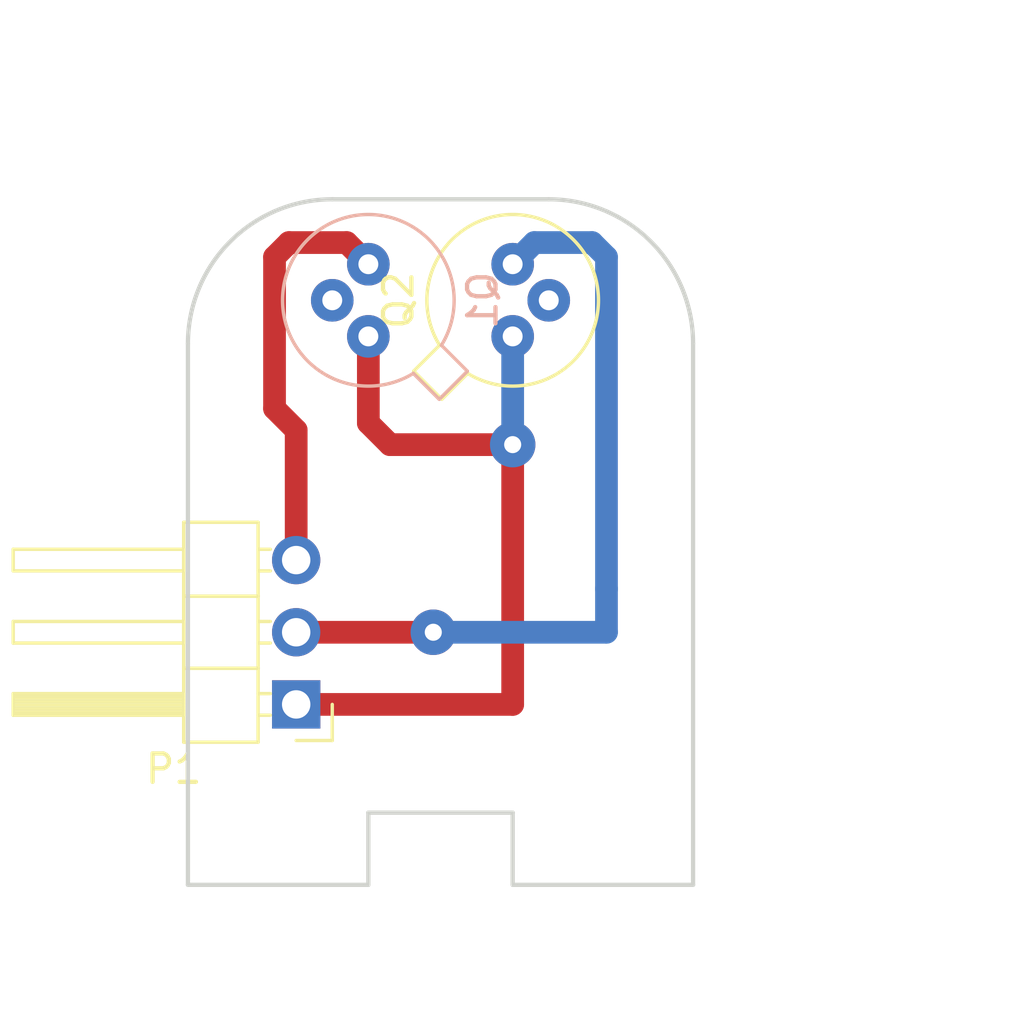
<source format=kicad_pcb>
(kicad_pcb (version 4) (host pcbnew 4.0.6)

  (general
    (links 4)
    (no_connects 0)
    (area 144.314999 95.09 184.38 132.240001)
    (thickness 1.6)
    (drawings 13)
    (tracks 21)
    (zones 0)
    (modules 3)
    (nets 6)
  )

  (page A4)
  (layers
    (0 F.Cu signal)
    (31 B.Cu signal)
    (32 B.Adhes user)
    (33 F.Adhes user)
    (34 B.Paste user)
    (35 F.Paste user)
    (36 B.SilkS user)
    (37 F.SilkS user)
    (38 B.Mask user)
    (39 F.Mask user)
    (40 Dwgs.User user)
    (41 Cmts.User user)
    (42 Eco1.User user)
    (43 Eco2.User user)
    (44 Edge.Cuts user)
    (45 Margin user)
    (46 B.CrtYd user)
    (47 F.CrtYd user)
    (48 B.Fab user)
    (49 F.Fab user)
  )

  (setup
    (last_trace_width 0.8)
    (trace_clearance 0.2)
    (zone_clearance 0.508)
    (zone_45_only no)
    (trace_min 0.2)
    (segment_width 0.2)
    (edge_width 0.15)
    (via_size 1.6)
    (via_drill 0.6)
    (via_min_size 0.4)
    (via_min_drill 0.3)
    (uvia_size 0.3)
    (uvia_drill 0.1)
    (uvias_allowed no)
    (uvia_min_size 0.2)
    (uvia_min_drill 0.1)
    (pcb_text_width 0.3)
    (pcb_text_size 1.5 1.5)
    (mod_edge_width 0.15)
    (mod_text_size 1 1)
    (mod_text_width 0.15)
    (pad_size 1.5 1.5)
    (pad_drill 0.7)
    (pad_to_mask_clearance 0.2)
    (aux_axis_origin 0 0)
    (visible_elements 7FFFFFFF)
    (pcbplotparams
      (layerselection 0x01000_80000001)
      (usegerberextensions false)
      (excludeedgelayer true)
      (linewidth 0.100000)
      (plotframeref false)
      (viasonmask false)
      (mode 1)
      (useauxorigin false)
      (hpglpennumber 1)
      (hpglpenspeed 20)
      (hpglpendiameter 15)
      (hpglpenoverlay 2)
      (psnegative false)
      (psa4output false)
      (plotreference true)
      (plotvalue true)
      (plotinvisibletext false)
      (padsonsilk false)
      (subtractmaskfromsilk false)
      (outputformat 1)
      (mirror false)
      (drillshape 0)
      (scaleselection 1)
      (outputdirectory Gerbers/))
  )

  (net 0 "")
  (net 1 "Net-(P1-Pad1)")
  (net 2 "Net-(P1-Pad2)")
  (net 3 "Net-(P1-Pad3)")
  (net 4 "Net-(Q1-Pad1)")
  (net 5 "Net-(Q2-Pad1)")

  (net_class Default "This is the default net class."
    (clearance 0.2)
    (trace_width 0.8)
    (via_dia 1.6)
    (via_drill 0.6)
    (uvia_dia 0.3)
    (uvia_drill 0.1)
    (add_net "Net-(P1-Pad1)")
    (add_net "Net-(P1-Pad2)")
    (add_net "Net-(P1-Pad3)")
    (add_net "Net-(Q1-Pad1)")
    (add_net "Net-(Q2-Pad1)")
  )

  (module Pin_Headers:Pin_Header_Angled_1x03_Pitch2.54mm locked (layer F.Cu) (tedit 58CD4EC1) (tstamp 5942FC68)
    (at 154.94 119.38 180)
    (descr "Through hole angled pin header, 1x03, 2.54mm pitch, 6mm pin length, single row")
    (tags "Through hole angled pin header THT 1x03 2.54mm single row")
    (path /5942FAE2)
    (fp_text reference P1 (at 4.315 -2.27 180) (layer F.SilkS)
      (effects (font (size 1 1) (thickness 0.15)))
    )
    (fp_text value CONN_01X03 (at 4.315 7.35 180) (layer F.Fab)
      (effects (font (size 1 1) (thickness 0.15)))
    )
    (fp_line (start 1.4 -1.27) (end 1.4 1.27) (layer F.Fab) (width 0.1))
    (fp_line (start 1.4 1.27) (end 3.9 1.27) (layer F.Fab) (width 0.1))
    (fp_line (start 3.9 1.27) (end 3.9 -1.27) (layer F.Fab) (width 0.1))
    (fp_line (start 3.9 -1.27) (end 1.4 -1.27) (layer F.Fab) (width 0.1))
    (fp_line (start 0 -0.32) (end 0 0.32) (layer F.Fab) (width 0.1))
    (fp_line (start 0 0.32) (end 9.9 0.32) (layer F.Fab) (width 0.1))
    (fp_line (start 9.9 0.32) (end 9.9 -0.32) (layer F.Fab) (width 0.1))
    (fp_line (start 9.9 -0.32) (end 0 -0.32) (layer F.Fab) (width 0.1))
    (fp_line (start 1.4 1.27) (end 1.4 3.81) (layer F.Fab) (width 0.1))
    (fp_line (start 1.4 3.81) (end 3.9 3.81) (layer F.Fab) (width 0.1))
    (fp_line (start 3.9 3.81) (end 3.9 1.27) (layer F.Fab) (width 0.1))
    (fp_line (start 3.9 1.27) (end 1.4 1.27) (layer F.Fab) (width 0.1))
    (fp_line (start 0 2.22) (end 0 2.86) (layer F.Fab) (width 0.1))
    (fp_line (start 0 2.86) (end 9.9 2.86) (layer F.Fab) (width 0.1))
    (fp_line (start 9.9 2.86) (end 9.9 2.22) (layer F.Fab) (width 0.1))
    (fp_line (start 9.9 2.22) (end 0 2.22) (layer F.Fab) (width 0.1))
    (fp_line (start 1.4 3.81) (end 1.4 6.35) (layer F.Fab) (width 0.1))
    (fp_line (start 1.4 6.35) (end 3.9 6.35) (layer F.Fab) (width 0.1))
    (fp_line (start 3.9 6.35) (end 3.9 3.81) (layer F.Fab) (width 0.1))
    (fp_line (start 3.9 3.81) (end 1.4 3.81) (layer F.Fab) (width 0.1))
    (fp_line (start 0 4.76) (end 0 5.4) (layer F.Fab) (width 0.1))
    (fp_line (start 0 5.4) (end 9.9 5.4) (layer F.Fab) (width 0.1))
    (fp_line (start 9.9 5.4) (end 9.9 4.76) (layer F.Fab) (width 0.1))
    (fp_line (start 9.9 4.76) (end 0 4.76) (layer F.Fab) (width 0.1))
    (fp_line (start 1.34 -1.33) (end 1.34 1.27) (layer F.SilkS) (width 0.12))
    (fp_line (start 1.34 1.27) (end 3.96 1.27) (layer F.SilkS) (width 0.12))
    (fp_line (start 3.96 1.27) (end 3.96 -1.33) (layer F.SilkS) (width 0.12))
    (fp_line (start 3.96 -1.33) (end 1.34 -1.33) (layer F.SilkS) (width 0.12))
    (fp_line (start 3.96 -0.38) (end 3.96 0.38) (layer F.SilkS) (width 0.12))
    (fp_line (start 3.96 0.38) (end 9.96 0.38) (layer F.SilkS) (width 0.12))
    (fp_line (start 9.96 0.38) (end 9.96 -0.38) (layer F.SilkS) (width 0.12))
    (fp_line (start 9.96 -0.38) (end 3.96 -0.38) (layer F.SilkS) (width 0.12))
    (fp_line (start 0.91 -0.38) (end 1.34 -0.38) (layer F.SilkS) (width 0.12))
    (fp_line (start 0.91 0.38) (end 1.34 0.38) (layer F.SilkS) (width 0.12))
    (fp_line (start 3.96 -0.26) (end 9.96 -0.26) (layer F.SilkS) (width 0.12))
    (fp_line (start 3.96 -0.14) (end 9.96 -0.14) (layer F.SilkS) (width 0.12))
    (fp_line (start 3.96 -0.02) (end 9.96 -0.02) (layer F.SilkS) (width 0.12))
    (fp_line (start 3.96 0.1) (end 9.96 0.1) (layer F.SilkS) (width 0.12))
    (fp_line (start 3.96 0.22) (end 9.96 0.22) (layer F.SilkS) (width 0.12))
    (fp_line (start 3.96 0.34) (end 9.96 0.34) (layer F.SilkS) (width 0.12))
    (fp_line (start 1.34 1.27) (end 1.34 3.81) (layer F.SilkS) (width 0.12))
    (fp_line (start 1.34 3.81) (end 3.96 3.81) (layer F.SilkS) (width 0.12))
    (fp_line (start 3.96 3.81) (end 3.96 1.27) (layer F.SilkS) (width 0.12))
    (fp_line (start 3.96 1.27) (end 1.34 1.27) (layer F.SilkS) (width 0.12))
    (fp_line (start 3.96 2.16) (end 3.96 2.92) (layer F.SilkS) (width 0.12))
    (fp_line (start 3.96 2.92) (end 9.96 2.92) (layer F.SilkS) (width 0.12))
    (fp_line (start 9.96 2.92) (end 9.96 2.16) (layer F.SilkS) (width 0.12))
    (fp_line (start 9.96 2.16) (end 3.96 2.16) (layer F.SilkS) (width 0.12))
    (fp_line (start 0.91 2.16) (end 1.34 2.16) (layer F.SilkS) (width 0.12))
    (fp_line (start 0.91 2.92) (end 1.34 2.92) (layer F.SilkS) (width 0.12))
    (fp_line (start 1.34 3.81) (end 1.34 6.41) (layer F.SilkS) (width 0.12))
    (fp_line (start 1.34 6.41) (end 3.96 6.41) (layer F.SilkS) (width 0.12))
    (fp_line (start 3.96 6.41) (end 3.96 3.81) (layer F.SilkS) (width 0.12))
    (fp_line (start 3.96 3.81) (end 1.34 3.81) (layer F.SilkS) (width 0.12))
    (fp_line (start 3.96 4.7) (end 3.96 5.46) (layer F.SilkS) (width 0.12))
    (fp_line (start 3.96 5.46) (end 9.96 5.46) (layer F.SilkS) (width 0.12))
    (fp_line (start 9.96 5.46) (end 9.96 4.7) (layer F.SilkS) (width 0.12))
    (fp_line (start 9.96 4.7) (end 3.96 4.7) (layer F.SilkS) (width 0.12))
    (fp_line (start 0.91 4.7) (end 1.34 4.7) (layer F.SilkS) (width 0.12))
    (fp_line (start 0.91 5.46) (end 1.34 5.46) (layer F.SilkS) (width 0.12))
    (fp_line (start -1.27 0) (end -1.27 -1.27) (layer F.SilkS) (width 0.12))
    (fp_line (start -1.27 -1.27) (end 0 -1.27) (layer F.SilkS) (width 0.12))
    (fp_line (start -1.8 -1.8) (end -1.8 6.85) (layer F.CrtYd) (width 0.05))
    (fp_line (start -1.8 6.85) (end 10.4 6.85) (layer F.CrtYd) (width 0.05))
    (fp_line (start 10.4 6.85) (end 10.4 -1.8) (layer F.CrtYd) (width 0.05))
    (fp_line (start 10.4 -1.8) (end -1.8 -1.8) (layer F.CrtYd) (width 0.05))
    (fp_text user %R (at 4.315 -2.27 180) (layer F.Fab)
      (effects (font (size 1 1) (thickness 0.15)))
    )
    (pad 1 thru_hole rect (at 0 0 180) (size 1.7 1.7) (drill 1) (layers *.Cu *.Mask)
      (net 1 "Net-(P1-Pad1)"))
    (pad 2 thru_hole oval (at 0 2.54 180) (size 1.7 1.7) (drill 1) (layers *.Cu *.Mask)
      (net 2 "Net-(P1-Pad2)"))
    (pad 3 thru_hole oval (at 0 5.08 180) (size 1.7 1.7) (drill 1) (layers *.Cu *.Mask)
      (net 3 "Net-(P1-Pad3)"))
    (model ${KISYS3DMOD}/Pin_Headers.3dshapes/Pin_Header_Angled_1x03_Pitch2.54mm.wrl
      (at (xyz 0 -0.1 0))
      (scale (xyz 1 1 1))
      (rotate (xyz 0 0 90))
    )
  )

  (module TO_SOT_Packages_THT:TO-18-3_Lens (layer B.Cu) (tedit 596D3A4E) (tstamp 596CC452)
    (at 157.48 106.426 90)
    (descr "TO-18-3_Lens, Lens")
    (tags "TO-18-3_Lens Lens")
    (path /596CC2BE)
    (fp_text reference Q1 (at 1.27 4.02 90) (layer B.SilkS)
      (effects (font (size 1 1) (thickness 0.15)) (justify mirror))
    )
    (fp_text value BUT11A (at 1.27 -4.02 90) (layer B.Fab)
      (effects (font (size 1 1) (thickness 0.15)) (justify mirror))
    )
    (fp_text user %R (at 1.27 4.02 90) (layer B.Fab)
      (effects (font (size 1 1) (thickness 0.15)) (justify mirror))
    )
    (fp_line (start -0.329057 2.419301) (end -1.156372 3.246616) (layer B.Fab) (width 0.1))
    (fp_line (start -1.156372 3.246616) (end -1.976616 2.426372) (layer B.Fab) (width 0.1))
    (fp_line (start -1.976616 2.426372) (end -1.149301 1.599057) (layer B.Fab) (width 0.1))
    (fp_line (start 1.553 1.98) (end 3.25 0.283) (layer B.Fab) (width 0.1))
    (fp_line (start 0.987 1.98) (end 3.25 -0.283) (layer B.Fab) (width 0.1))
    (fp_line (start 0.539 1.862) (end 3.132 -0.731) (layer B.Fab) (width 0.1))
    (fp_line (start 0.167 1.669) (end 2.939 -1.103) (layer B.Fab) (width 0.1))
    (fp_line (start -0.145 1.415) (end 2.685 -1.415) (layer B.Fab) (width 0.1))
    (fp_line (start -0.399 1.103) (end 2.373 -1.669) (layer B.Fab) (width 0.1))
    (fp_line (start -0.592 0.731) (end 2.001 -1.862) (layer B.Fab) (width 0.1))
    (fp_line (start -0.71 0.283) (end 1.553 -1.98) (layer B.Fab) (width 0.1))
    (fp_line (start -0.71 -0.283) (end 0.987 -1.98) (layer B.Fab) (width 0.1))
    (fp_line (start -0.312331 2.572281) (end -1.224499 3.484448) (layer B.SilkS) (width 0.12))
    (fp_line (start -1.224499 3.484448) (end -2.214448 2.494499) (layer B.SilkS) (width 0.12))
    (fp_line (start -2.214448 2.494499) (end -1.302281 1.582331) (layer B.SilkS) (width 0.12))
    (fp_line (start -2.23 3.5) (end -2.23 -3.15) (layer B.CrtYd) (width 0.05))
    (fp_line (start -2.23 -3.15) (end 4.42 -3.15) (layer B.CrtYd) (width 0.05))
    (fp_line (start 4.42 -3.15) (end 4.42 3.5) (layer B.CrtYd) (width 0.05))
    (fp_line (start 4.42 3.5) (end -2.23 3.5) (layer B.CrtYd) (width 0.05))
    (fp_circle (center 1.27 0) (end 3.67 0) (layer B.Fab) (width 0.1))
    (fp_circle (center 1.27 0) (end 3.27 0) (layer B.Fab) (width 0.1))
    (fp_arc (start 1.27 0) (end -0.329057 2.419301) (angle -336.9) (layer B.Fab) (width 0.1))
    (fp_arc (start 1.27 0) (end -0.312331 2.572281) (angle -333.2) (layer B.SilkS) (width 0.12))
    (pad 3 thru_hole oval (at 0 0 90) (size 1.5 1.5) (drill 0.7) (layers *.Cu *.Mask)
      (net 1 "Net-(P1-Pad1)"))
    (pad 1 thru_hole oval (at 1.27 -1.27 90) (size 1.5 1.5) (drill 0.7) (layers *.Cu *.Mask)
      (net 4 "Net-(Q1-Pad1)"))
    (pad 2 thru_hole oval (at 2.54 0 90) (size 1.5 1.5) (drill 0.7) (layers *.Cu *.Mask)
      (net 3 "Net-(P1-Pad3)"))
    (model ${KISYS3DMOD}/TO_SOT_Packages_THT.3dshapes/TO-18-3_Lens.wrl
      (at (xyz 0 0 0))
      (scale (xyz 0.393701 0.393701 0.393701))
      (rotate (xyz 0 0 0))
    )
  )

  (module TO_SOT_Packages_THT:TO-18-3_Lens (layer F.Cu) (tedit 596D3A61) (tstamp 596CC471)
    (at 162.56 106.426 90)
    (descr "TO-18-3_Lens, Lens")
    (tags "TO-18-3_Lens Lens")
    (path /596CC336)
    (fp_text reference Q2 (at 1.27 -4.02 90) (layer F.SilkS)
      (effects (font (size 1 1) (thickness 0.15)))
    )
    (fp_text value BUT11A (at 1.27 4.02 90) (layer F.Fab)
      (effects (font (size 1 1) (thickness 0.15)))
    )
    (fp_text user %R (at 1.27 -4.02 90) (layer F.Fab)
      (effects (font (size 1 1) (thickness 0.15)))
    )
    (fp_line (start -0.329057 -2.419301) (end -1.156372 -3.246616) (layer F.Fab) (width 0.1))
    (fp_line (start -1.156372 -3.246616) (end -1.976616 -2.426372) (layer F.Fab) (width 0.1))
    (fp_line (start -1.976616 -2.426372) (end -1.149301 -1.599057) (layer F.Fab) (width 0.1))
    (fp_line (start 1.553 -1.98) (end 3.25 -0.283) (layer F.Fab) (width 0.1))
    (fp_line (start 0.987 -1.98) (end 3.25 0.283) (layer F.Fab) (width 0.1))
    (fp_line (start 0.539 -1.862) (end 3.132 0.731) (layer F.Fab) (width 0.1))
    (fp_line (start 0.167 -1.669) (end 2.939 1.103) (layer F.Fab) (width 0.1))
    (fp_line (start -0.145 -1.415) (end 2.685 1.415) (layer F.Fab) (width 0.1))
    (fp_line (start -0.399 -1.103) (end 2.373 1.669) (layer F.Fab) (width 0.1))
    (fp_line (start -0.592 -0.731) (end 2.001 1.862) (layer F.Fab) (width 0.1))
    (fp_line (start -0.71 -0.283) (end 1.553 1.98) (layer F.Fab) (width 0.1))
    (fp_line (start -0.71 0.283) (end 0.987 1.98) (layer F.Fab) (width 0.1))
    (fp_line (start -0.312331 -2.572281) (end -1.224499 -3.484448) (layer F.SilkS) (width 0.12))
    (fp_line (start -1.224499 -3.484448) (end -2.214448 -2.494499) (layer F.SilkS) (width 0.12))
    (fp_line (start -2.214448 -2.494499) (end -1.302281 -1.582331) (layer F.SilkS) (width 0.12))
    (fp_line (start -2.23 -3.5) (end -2.23 3.15) (layer F.CrtYd) (width 0.05))
    (fp_line (start -2.23 3.15) (end 4.42 3.15) (layer F.CrtYd) (width 0.05))
    (fp_line (start 4.42 3.15) (end 4.42 -3.5) (layer F.CrtYd) (width 0.05))
    (fp_line (start 4.42 -3.5) (end -2.23 -3.5) (layer F.CrtYd) (width 0.05))
    (fp_circle (center 1.27 0) (end 3.67 0) (layer F.Fab) (width 0.1))
    (fp_circle (center 1.27 0) (end 3.27 0) (layer F.Fab) (width 0.1))
    (fp_arc (start 1.27 0) (end -0.329057 -2.419301) (angle 336.9) (layer F.Fab) (width 0.1))
    (fp_arc (start 1.27 0) (end -0.312331 -2.572281) (angle 333.2) (layer F.SilkS) (width 0.12))
    (pad 3 thru_hole oval (at 0 0 90) (size 1.5 1.5) (drill 0.7) (layers *.Cu *.Mask)
      (net 1 "Net-(P1-Pad1)"))
    (pad 1 thru_hole oval (at 1.27 1.27 90) (size 1.5 1.5) (drill 0.7) (layers *.Cu *.Mask)
      (net 5 "Net-(Q2-Pad1)"))
    (pad 2 thru_hole oval (at 2.54 0 90) (size 1.5 1.5) (drill 0.7) (layers *.Cu *.Mask)
      (net 2 "Net-(P1-Pad2)"))
    (model ${KISYS3DMOD}/TO_SOT_Packages_THT.3dshapes/TO-18-3_Lens.wrl
      (at (xyz 0 0 0))
      (scale (xyz 0.393701 0.393701 0.393701))
      (rotate (xyz 0 0 0))
    )
  )

  (dimension 17.78 (width 0.3) (layer F.Fab)
    (gr_text "17.780 mm" (at 160.02 96.44) (layer F.Fab)
      (effects (font (size 1.5 1.5) (thickness 0.3)))
    )
    (feature1 (pts (xy 168.91 106.68) (xy 168.91 95.09)))
    (feature2 (pts (xy 151.13 106.68) (xy 151.13 95.09)))
    (crossbar (pts (xy 151.13 97.79) (xy 168.91 97.79)))
    (arrow1a (pts (xy 168.91 97.79) (xy 167.783496 98.376421)))
    (arrow1b (pts (xy 168.91 97.79) (xy 167.783496 97.203579)))
    (arrow2a (pts (xy 151.13 97.79) (xy 152.256504 98.376421)))
    (arrow2b (pts (xy 151.13 97.79) (xy 152.256504 97.203579)))
  )
  (dimension 5.08 (width 0.3) (layer F.Fab)
    (gr_text "5.080 mm" (at 160.02 130.89) (layer F.Fab)
      (effects (font (size 1.5 1.5) (thickness 0.3)))
    )
    (feature1 (pts (xy 162.56 125.73) (xy 162.56 132.24)))
    (feature2 (pts (xy 157.48 125.73) (xy 157.48 132.24)))
    (crossbar (pts (xy 157.48 129.54) (xy 162.56 129.54)))
    (arrow1a (pts (xy 162.56 129.54) (xy 161.433496 130.126421)))
    (arrow1b (pts (xy 162.56 129.54) (xy 161.433496 128.953579)))
    (arrow2a (pts (xy 157.48 129.54) (xy 158.606504 130.126421)))
    (arrow2b (pts (xy 157.48 129.54) (xy 158.606504 128.953579)))
  )
  (dimension 24.13 (width 0.3) (layer F.Fab)
    (gr_text "24.130 mm" (at 177.88 113.665 270) (layer F.Fab)
      (effects (font (size 1.5 1.5) (thickness 0.3)))
    )
    (feature1 (pts (xy 163.83 125.73) (xy 179.23 125.73)))
    (feature2 (pts (xy 163.83 101.6) (xy 179.23 101.6)))
    (crossbar (pts (xy 176.53 101.6) (xy 176.53 125.73)))
    (arrow1a (pts (xy 176.53 125.73) (xy 175.943579 124.603496)))
    (arrow1b (pts (xy 176.53 125.73) (xy 177.116421 124.603496)))
    (arrow2a (pts (xy 176.53 101.6) (xy 175.943579 102.726504)))
    (arrow2b (pts (xy 176.53 101.6) (xy 177.116421 102.726504)))
  )
  (gr_line (start 156.21 101.6) (end 163.83 101.6) (angle 90) (layer Edge.Cuts) (width 0.15))
  (gr_arc (start 156.21 106.68) (end 151.13 106.68) (angle 90) (layer Edge.Cuts) (width 0.15))
  (gr_arc (start 163.83 106.68) (end 163.83 101.6) (angle 90) (layer Edge.Cuts) (width 0.15))
  (gr_line (start 162.56 125.73) (end 168.91 125.73) (angle 90) (layer Edge.Cuts) (width 0.15))
  (gr_line (start 151.13 125.73) (end 157.48 125.73) (angle 90) (layer Edge.Cuts) (width 0.15))
  (gr_line (start 168.91 106.68) (end 168.91 125.73) (angle 90) (layer Edge.Cuts) (width 0.15))
  (gr_line (start 151.13 106.68) (end 151.13 125.73) (angle 90) (layer Edge.Cuts) (width 0.15))
  (gr_line (start 162.56 123.19) (end 162.56 125.73) (angle 90) (layer Edge.Cuts) (width 0.15))
  (gr_line (start 157.48 123.19) (end 162.56 123.19) (angle 90) (layer Edge.Cuts) (width 0.15))
  (gr_line (start 157.48 125.73) (end 157.48 123.19) (angle 90) (layer Edge.Cuts) (width 0.15))

  (segment (start 162.56 110.236) (end 158.242 110.236) (width 0.8) (layer F.Cu) (net 1))
  (segment (start 157.48 109.474) (end 157.48 106.426) (width 0.8) (layer F.Cu) (net 1) (tstamp 596D3B5D))
  (segment (start 158.242 110.236) (end 157.48 109.474) (width 0.8) (layer F.Cu) (net 1) (tstamp 596D3B5C))
  (segment (start 154.94 119.38) (end 162.56 119.38) (width 0.8) (layer F.Cu) (net 1))
  (segment (start 162.56 110.236) (end 162.56 106.426) (width 0.8) (layer B.Cu) (net 1) (tstamp 596D3B58))
  (via (at 162.56 110.236) (size 1.6) (drill 0.6) (layers F.Cu B.Cu) (net 1))
  (segment (start 162.56 119.38) (end 162.56 110.236) (width 0.8) (layer F.Cu) (net 1) (tstamp 596D3B55))
  (segment (start 154.94 116.84) (end 159.766 116.84) (width 0.8) (layer F.Cu) (net 2) (status 400000))
  (segment (start 165.862 115.316) (end 165.862 103.632) (width 0.8) (layer B.Cu) (net 2) (tstamp 596D3B61))
  (segment (start 165.862 103.632) (end 165.354 103.124) (width 0.8) (layer B.Cu) (net 2) (tstamp 596D3B62))
  (segment (start 165.354 103.124) (end 163.322 103.124) (width 0.8) (layer B.Cu) (net 2) (tstamp 596D3B63))
  (segment (start 163.322 103.124) (end 162.56 103.886) (width 0.8) (layer B.Cu) (net 2) (tstamp 596D3B64))
  (segment (start 165.862 116.84) (end 165.862 115.316) (width 0.8) (layer B.Cu) (net 2) (tstamp 5AB84DCE))
  (segment (start 159.766 116.84) (end 165.862 116.84) (width 0.8) (layer B.Cu) (net 2) (tstamp 5AB84DCD))
  (via (at 159.766 116.84) (size 1.6) (drill 0.6) (layers F.Cu B.Cu) (net 2))
  (segment (start 154.94 114.3) (end 154.94 109.728) (width 0.8) (layer F.Cu) (net 3))
  (segment (start 156.718 103.124) (end 157.48 103.886) (width 0.8) (layer F.Cu) (net 3) (tstamp 596D3B52))
  (segment (start 154.686 103.124) (end 156.718 103.124) (width 0.8) (layer F.Cu) (net 3) (tstamp 596D3B51))
  (segment (start 154.178 103.632) (end 154.686 103.124) (width 0.8) (layer F.Cu) (net 3) (tstamp 596D3B50))
  (segment (start 154.178 108.966) (end 154.178 103.632) (width 0.8) (layer F.Cu) (net 3) (tstamp 596D3B4F))
  (segment (start 154.94 109.728) (end 154.178 108.966) (width 0.8) (layer F.Cu) (net 3) (tstamp 596D3B4E))

)

</source>
